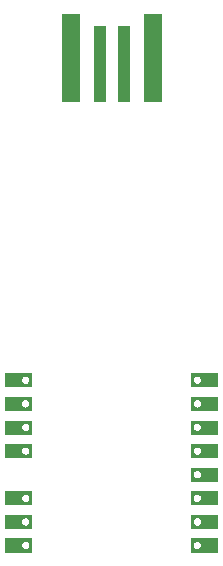
<source format=gtp>
%ASAXBY*%
%FSLAX23Y23*%
%MOIN*%
%OFA0B0*%
%SFA1.0B1.0*%
%ADD10R,0.059055X0.295276*%
%ADD11R,0.039370X0.255906*%
%ADD12R,0.001000X0.001000*%
%LNPASTEMASK1*%
G90*
G70*
G54D10*
X290Y2002D03*
G54D11*
X388Y1982D03*
X467Y1982D03*
G54D10*
X565Y2002D03*
G54D12*
X73Y950D02*
X160Y950D01*
X693Y950D02*
X780Y950D01*
X73Y949D02*
X160Y949D01*
X693Y949D02*
X780Y949D01*
X73Y948D02*
X160Y948D01*
X693Y948D02*
X780Y948D01*
X73Y947D02*
X160Y947D01*
X693Y947D02*
X780Y947D01*
X73Y946D02*
X160Y946D01*
X693Y946D02*
X780Y946D01*
X73Y945D02*
X160Y945D01*
X693Y945D02*
X780Y945D01*
X73Y944D02*
X160Y944D01*
X693Y944D02*
X780Y944D01*
X73Y943D02*
X160Y943D01*
X693Y943D02*
X780Y943D01*
X73Y942D02*
X160Y942D01*
X693Y942D02*
X780Y942D01*
X73Y941D02*
X160Y941D01*
X693Y941D02*
X780Y941D01*
X73Y940D02*
X160Y940D01*
X693Y940D02*
X780Y940D01*
X73Y939D02*
X160Y939D01*
X693Y939D02*
X780Y939D01*
X73Y938D02*
X135Y938D01*
X146Y938D02*
X160Y938D01*
X693Y938D02*
X707Y938D01*
X718Y938D02*
X780Y938D01*
X73Y937D02*
X134Y937D01*
X148Y937D02*
X160Y937D01*
X693Y937D02*
X706Y937D01*
X720Y937D02*
X780Y937D01*
X73Y936D02*
X132Y936D01*
X149Y936D02*
X160Y936D01*
X693Y936D02*
X704Y936D01*
X721Y936D02*
X780Y936D01*
X73Y935D02*
X131Y935D01*
X150Y935D02*
X160Y935D01*
X693Y935D02*
X703Y935D01*
X722Y935D02*
X780Y935D01*
X73Y934D02*
X130Y934D01*
X151Y934D02*
X160Y934D01*
X693Y934D02*
X702Y934D01*
X723Y934D02*
X780Y934D01*
X73Y933D02*
X130Y933D01*
X151Y933D02*
X160Y933D01*
X693Y933D02*
X702Y933D01*
X723Y933D02*
X780Y933D01*
X73Y932D02*
X129Y932D01*
X152Y932D02*
X160Y932D01*
X693Y932D02*
X701Y932D01*
X724Y932D02*
X780Y932D01*
X73Y931D02*
X129Y931D01*
X152Y931D02*
X160Y931D01*
X693Y931D02*
X701Y931D01*
X724Y931D02*
X780Y931D01*
X73Y930D02*
X128Y930D01*
X153Y930D02*
X160Y930D01*
X693Y930D02*
X700Y930D01*
X725Y930D02*
X780Y930D01*
X73Y929D02*
X128Y929D01*
X153Y929D02*
X160Y929D01*
X693Y929D02*
X700Y929D01*
X725Y929D02*
X780Y929D01*
X73Y928D02*
X128Y928D01*
X153Y928D02*
X160Y928D01*
X693Y928D02*
X700Y928D01*
X725Y928D02*
X780Y928D01*
X73Y927D02*
X128Y927D01*
X153Y927D02*
X160Y927D01*
X693Y927D02*
X700Y927D01*
X725Y927D02*
X780Y927D01*
X73Y926D02*
X128Y926D01*
X153Y926D02*
X160Y926D01*
X693Y926D02*
X700Y926D01*
X725Y926D02*
X780Y926D01*
X73Y925D02*
X128Y925D01*
X153Y925D02*
X160Y925D01*
X693Y925D02*
X700Y925D01*
X725Y925D02*
X780Y925D01*
X73Y924D02*
X128Y924D01*
X153Y924D02*
X160Y924D01*
X693Y924D02*
X700Y924D01*
X725Y924D02*
X780Y924D01*
X73Y923D02*
X129Y923D01*
X153Y923D02*
X160Y923D01*
X693Y923D02*
X701Y923D01*
X725Y923D02*
X780Y923D01*
X73Y922D02*
X129Y922D01*
X152Y922D02*
X160Y922D01*
X693Y922D02*
X701Y922D01*
X724Y922D02*
X780Y922D01*
X73Y921D02*
X129Y921D01*
X152Y921D02*
X160Y921D01*
X693Y921D02*
X701Y921D01*
X724Y921D02*
X780Y921D01*
X73Y920D02*
X130Y920D01*
X151Y920D02*
X160Y920D01*
X693Y920D02*
X702Y920D01*
X723Y920D02*
X780Y920D01*
X73Y919D02*
X131Y919D01*
X150Y919D02*
X160Y919D01*
X693Y919D02*
X703Y919D01*
X722Y919D02*
X780Y919D01*
X73Y918D02*
X132Y918D01*
X149Y918D02*
X160Y918D01*
X693Y918D02*
X704Y918D01*
X721Y918D02*
X780Y918D01*
X73Y917D02*
X133Y917D01*
X148Y917D02*
X160Y917D01*
X693Y917D02*
X705Y917D01*
X720Y917D02*
X780Y917D01*
X73Y916D02*
X135Y916D01*
X147Y916D02*
X160Y916D01*
X693Y916D02*
X707Y916D01*
X719Y916D02*
X780Y916D01*
X73Y915D02*
X137Y915D01*
X144Y915D02*
X160Y915D01*
X693Y915D02*
X709Y915D01*
X716Y915D02*
X780Y915D01*
X73Y914D02*
X160Y914D01*
X693Y914D02*
X780Y914D01*
X73Y913D02*
X160Y913D01*
X693Y913D02*
X780Y913D01*
X73Y912D02*
X160Y912D01*
X693Y912D02*
X780Y912D01*
X73Y911D02*
X160Y911D01*
X693Y911D02*
X780Y911D01*
X73Y910D02*
X160Y910D01*
X693Y910D02*
X780Y910D01*
X73Y909D02*
X160Y909D01*
X693Y909D02*
X780Y909D01*
X73Y908D02*
X160Y908D01*
X693Y908D02*
X780Y908D01*
X73Y907D02*
X160Y907D01*
X693Y907D02*
X780Y907D01*
X73Y906D02*
X160Y906D01*
X693Y906D02*
X780Y906D01*
X73Y905D02*
X160Y905D01*
X693Y905D02*
X780Y905D01*
X73Y904D02*
X160Y904D01*
X693Y904D02*
X780Y904D01*
X73Y871D02*
X160Y871D01*
X693Y871D02*
X780Y871D01*
X73Y870D02*
X160Y870D01*
X693Y870D02*
X780Y870D01*
X73Y869D02*
X160Y869D01*
X693Y869D02*
X780Y869D01*
X73Y868D02*
X160Y868D01*
X693Y868D02*
X780Y868D01*
X73Y867D02*
X160Y867D01*
X693Y867D02*
X780Y867D01*
X73Y866D02*
X160Y866D01*
X693Y866D02*
X780Y866D01*
X73Y865D02*
X160Y865D01*
X693Y865D02*
X780Y865D01*
X73Y864D02*
X160Y864D01*
X693Y864D02*
X780Y864D01*
X73Y863D02*
X160Y863D01*
X693Y863D02*
X780Y863D01*
X73Y862D02*
X160Y862D01*
X693Y862D02*
X780Y862D01*
X73Y861D02*
X160Y861D01*
X693Y861D02*
X780Y861D01*
X73Y860D02*
X138Y860D01*
X143Y860D02*
X160Y860D01*
X693Y860D02*
X710Y860D01*
X715Y860D02*
X780Y860D01*
X73Y859D02*
X135Y859D01*
X146Y859D02*
X160Y859D01*
X693Y859D02*
X707Y859D01*
X718Y859D02*
X780Y859D01*
X73Y858D02*
X133Y858D01*
X148Y858D02*
X160Y858D01*
X693Y858D02*
X705Y858D01*
X720Y858D02*
X780Y858D01*
X73Y857D02*
X132Y857D01*
X149Y857D02*
X160Y857D01*
X693Y857D02*
X704Y857D01*
X721Y857D02*
X780Y857D01*
X73Y856D02*
X131Y856D01*
X150Y856D02*
X160Y856D01*
X693Y856D02*
X703Y856D01*
X722Y856D02*
X780Y856D01*
X73Y855D02*
X130Y855D01*
X151Y855D02*
X160Y855D01*
X693Y855D02*
X702Y855D01*
X723Y855D02*
X780Y855D01*
X73Y854D02*
X130Y854D01*
X152Y854D02*
X160Y854D01*
X693Y854D02*
X702Y854D01*
X724Y854D02*
X780Y854D01*
X73Y853D02*
X129Y853D01*
X152Y853D02*
X160Y853D01*
X693Y853D02*
X701Y853D01*
X724Y853D02*
X780Y853D01*
X73Y852D02*
X129Y852D01*
X153Y852D02*
X160Y852D01*
X693Y852D02*
X701Y852D01*
X724Y852D02*
X780Y852D01*
X73Y851D02*
X128Y851D01*
X153Y851D02*
X160Y851D01*
X693Y851D02*
X700Y851D01*
X725Y851D02*
X780Y851D01*
X73Y850D02*
X128Y850D01*
X153Y850D02*
X160Y850D01*
X693Y850D02*
X700Y850D01*
X725Y850D02*
X780Y850D01*
X73Y849D02*
X128Y849D01*
X153Y849D02*
X160Y849D01*
X693Y849D02*
X700Y849D01*
X725Y849D02*
X780Y849D01*
X73Y848D02*
X128Y848D01*
X153Y848D02*
X160Y848D01*
X693Y848D02*
X700Y848D01*
X725Y848D02*
X780Y848D01*
X73Y847D02*
X128Y847D01*
X153Y847D02*
X160Y847D01*
X693Y847D02*
X700Y847D01*
X725Y847D02*
X780Y847D01*
X73Y846D02*
X128Y846D01*
X153Y846D02*
X160Y846D01*
X693Y846D02*
X700Y846D01*
X725Y846D02*
X780Y846D01*
X73Y845D02*
X128Y845D01*
X153Y845D02*
X160Y845D01*
X693Y845D02*
X700Y845D01*
X725Y845D02*
X780Y845D01*
X73Y844D02*
X129Y844D01*
X152Y844D02*
X160Y844D01*
X693Y844D02*
X701Y844D01*
X724Y844D02*
X780Y844D01*
X73Y843D02*
X129Y843D01*
X152Y843D02*
X160Y843D01*
X693Y843D02*
X701Y843D01*
X724Y843D02*
X780Y843D01*
X73Y842D02*
X130Y842D01*
X152Y842D02*
X160Y842D01*
X693Y842D02*
X702Y842D01*
X724Y842D02*
X780Y842D01*
X73Y841D02*
X130Y841D01*
X151Y841D02*
X160Y841D01*
X693Y841D02*
X702Y841D01*
X723Y841D02*
X780Y841D01*
X73Y840D02*
X131Y840D01*
X150Y840D02*
X160Y840D01*
X693Y840D02*
X703Y840D01*
X722Y840D02*
X780Y840D01*
X73Y839D02*
X132Y839D01*
X149Y839D02*
X160Y839D01*
X693Y839D02*
X704Y839D01*
X721Y839D02*
X780Y839D01*
X73Y838D02*
X133Y838D01*
X148Y838D02*
X160Y838D01*
X693Y838D02*
X705Y838D01*
X720Y838D02*
X780Y838D01*
X73Y837D02*
X135Y837D01*
X146Y837D02*
X160Y837D01*
X693Y837D02*
X707Y837D01*
X718Y837D02*
X780Y837D01*
X73Y836D02*
X139Y836D01*
X142Y836D02*
X160Y836D01*
X693Y836D02*
X711Y836D01*
X714Y836D02*
X780Y836D01*
X73Y835D02*
X160Y835D01*
X693Y835D02*
X780Y835D01*
X73Y834D02*
X160Y834D01*
X693Y834D02*
X780Y834D01*
X73Y833D02*
X160Y833D01*
X693Y833D02*
X780Y833D01*
X73Y832D02*
X160Y832D01*
X693Y832D02*
X780Y832D01*
X73Y831D02*
X160Y831D01*
X693Y831D02*
X780Y831D01*
X73Y830D02*
X160Y830D01*
X693Y830D02*
X780Y830D01*
X73Y829D02*
X160Y829D01*
X693Y829D02*
X780Y829D01*
X73Y828D02*
X160Y828D01*
X693Y828D02*
X780Y828D01*
X73Y827D02*
X160Y827D01*
X693Y827D02*
X780Y827D01*
X73Y826D02*
X160Y826D01*
X693Y826D02*
X780Y826D01*
X73Y825D02*
X160Y825D01*
X693Y825D02*
X780Y825D01*
X73Y792D02*
X160Y792D01*
X693Y792D02*
X780Y792D01*
X73Y791D02*
X160Y791D01*
X693Y791D02*
X780Y791D01*
X73Y790D02*
X160Y790D01*
X693Y790D02*
X780Y790D01*
X73Y789D02*
X160Y789D01*
X693Y789D02*
X780Y789D01*
X73Y788D02*
X160Y788D01*
X693Y788D02*
X780Y788D01*
X73Y787D02*
X160Y787D01*
X693Y787D02*
X780Y787D01*
X73Y786D02*
X160Y786D01*
X693Y786D02*
X780Y786D01*
X73Y785D02*
X160Y785D01*
X693Y785D02*
X780Y785D01*
X73Y784D02*
X160Y784D01*
X693Y784D02*
X780Y784D01*
X73Y783D02*
X160Y783D01*
X693Y783D02*
X780Y783D01*
X73Y782D02*
X160Y782D01*
X693Y782D02*
X780Y782D01*
X73Y781D02*
X137Y781D01*
X144Y781D02*
X160Y781D01*
X693Y781D02*
X709Y781D01*
X716Y781D02*
X780Y781D01*
X73Y780D02*
X134Y780D01*
X147Y780D02*
X160Y780D01*
X693Y780D02*
X706Y780D01*
X719Y780D02*
X780Y780D01*
X73Y779D02*
X133Y779D01*
X148Y779D02*
X160Y779D01*
X693Y779D02*
X705Y779D01*
X720Y779D02*
X780Y779D01*
X73Y778D02*
X132Y778D01*
X150Y778D02*
X160Y778D01*
X693Y778D02*
X704Y778D01*
X722Y778D02*
X780Y778D01*
X73Y777D02*
X131Y777D01*
X150Y777D02*
X160Y777D01*
X693Y777D02*
X703Y777D01*
X722Y777D02*
X780Y777D01*
X73Y776D02*
X130Y776D01*
X151Y776D02*
X160Y776D01*
X693Y776D02*
X702Y776D01*
X723Y776D02*
X780Y776D01*
X73Y775D02*
X129Y775D01*
X152Y775D02*
X160Y775D01*
X693Y775D02*
X701Y775D01*
X724Y775D02*
X780Y775D01*
X73Y774D02*
X129Y774D01*
X152Y774D02*
X160Y774D01*
X693Y774D02*
X701Y774D01*
X724Y774D02*
X780Y774D01*
X73Y773D02*
X129Y773D01*
X153Y773D02*
X160Y773D01*
X693Y773D02*
X701Y773D01*
X725Y773D02*
X780Y773D01*
X73Y772D02*
X128Y772D01*
X153Y772D02*
X160Y772D01*
X693Y772D02*
X700Y772D01*
X725Y772D02*
X780Y772D01*
X73Y771D02*
X128Y771D01*
X153Y771D02*
X160Y771D01*
X693Y771D02*
X700Y771D01*
X725Y771D02*
X780Y771D01*
X73Y770D02*
X128Y770D01*
X153Y770D02*
X160Y770D01*
X693Y770D02*
X700Y770D01*
X725Y770D02*
X780Y770D01*
X73Y769D02*
X128Y769D01*
X153Y769D02*
X160Y769D01*
X693Y769D02*
X700Y769D01*
X725Y769D02*
X780Y769D01*
X73Y768D02*
X128Y768D01*
X153Y768D02*
X160Y768D01*
X693Y768D02*
X700Y768D01*
X725Y768D02*
X780Y768D01*
X73Y767D02*
X128Y767D01*
X153Y767D02*
X160Y767D01*
X693Y767D02*
X700Y767D01*
X725Y767D02*
X780Y767D01*
X73Y766D02*
X128Y766D01*
X153Y766D02*
X160Y766D01*
X693Y766D02*
X700Y766D01*
X725Y766D02*
X780Y766D01*
X73Y765D02*
X129Y765D01*
X152Y765D02*
X160Y765D01*
X693Y765D02*
X701Y765D01*
X724Y765D02*
X780Y765D01*
X73Y764D02*
X129Y764D01*
X152Y764D02*
X160Y764D01*
X693Y764D02*
X701Y764D01*
X724Y764D02*
X780Y764D01*
X73Y763D02*
X130Y763D01*
X151Y763D02*
X160Y763D01*
X693Y763D02*
X702Y763D01*
X723Y763D02*
X780Y763D01*
X73Y762D02*
X130Y762D01*
X151Y762D02*
X160Y762D01*
X693Y762D02*
X702Y762D01*
X723Y762D02*
X780Y762D01*
X73Y761D02*
X131Y761D01*
X150Y761D02*
X160Y761D01*
X693Y761D02*
X703Y761D01*
X722Y761D02*
X780Y761D01*
X73Y760D02*
X132Y760D01*
X149Y760D02*
X160Y760D01*
X693Y760D02*
X704Y760D01*
X721Y760D02*
X780Y760D01*
X73Y759D02*
X134Y759D01*
X147Y759D02*
X160Y759D01*
X693Y759D02*
X706Y759D01*
X719Y759D02*
X780Y759D01*
X73Y758D02*
X136Y758D01*
X145Y758D02*
X160Y758D01*
X693Y758D02*
X708Y758D01*
X717Y758D02*
X780Y758D01*
X73Y757D02*
X160Y757D01*
X693Y757D02*
X780Y757D01*
X73Y756D02*
X160Y756D01*
X693Y756D02*
X780Y756D01*
X73Y755D02*
X160Y755D01*
X693Y755D02*
X780Y755D01*
X73Y754D02*
X160Y754D01*
X693Y754D02*
X780Y754D01*
X73Y753D02*
X160Y753D01*
X693Y753D02*
X780Y753D01*
X73Y752D02*
X160Y752D01*
X693Y752D02*
X780Y752D01*
X73Y751D02*
X160Y751D01*
X693Y751D02*
X780Y751D01*
X73Y750D02*
X160Y750D01*
X693Y750D02*
X780Y750D01*
X73Y749D02*
X160Y749D01*
X693Y749D02*
X780Y749D01*
X73Y748D02*
X160Y748D01*
X693Y748D02*
X780Y748D01*
X73Y747D02*
X160Y747D01*
X693Y747D02*
X780Y747D01*
X73Y746D02*
X160Y746D01*
X693Y746D02*
X780Y746D01*
X73Y714D02*
X160Y714D01*
X693Y714D02*
X780Y714D01*
X73Y713D02*
X160Y713D01*
X693Y713D02*
X780Y713D01*
X73Y712D02*
X160Y712D01*
X693Y712D02*
X780Y712D01*
X73Y711D02*
X160Y711D01*
X693Y711D02*
X780Y711D01*
X73Y710D02*
X160Y710D01*
X693Y710D02*
X780Y710D01*
X73Y709D02*
X160Y709D01*
X693Y709D02*
X780Y709D01*
X73Y708D02*
X160Y708D01*
X693Y708D02*
X780Y708D01*
X73Y707D02*
X160Y707D01*
X693Y707D02*
X780Y707D01*
X73Y706D02*
X160Y706D01*
X693Y706D02*
X780Y706D01*
X73Y705D02*
X160Y705D01*
X693Y705D02*
X780Y705D01*
X73Y704D02*
X160Y704D01*
X693Y704D02*
X780Y704D01*
X73Y703D02*
X160Y703D01*
X693Y703D02*
X780Y703D01*
X73Y702D02*
X136Y702D01*
X145Y702D02*
X160Y702D01*
X693Y702D02*
X708Y702D01*
X717Y702D02*
X780Y702D01*
X73Y701D02*
X134Y701D01*
X147Y701D02*
X160Y701D01*
X693Y701D02*
X706Y701D01*
X719Y701D02*
X780Y701D01*
X73Y700D02*
X132Y700D01*
X149Y700D02*
X160Y700D01*
X693Y700D02*
X704Y700D01*
X721Y700D02*
X780Y700D01*
X73Y699D02*
X131Y699D01*
X150Y699D02*
X160Y699D01*
X693Y699D02*
X703Y699D01*
X722Y699D02*
X780Y699D01*
X73Y698D02*
X131Y698D01*
X151Y698D02*
X160Y698D01*
X693Y698D02*
X702Y698D01*
X723Y698D02*
X780Y698D01*
X73Y697D02*
X130Y697D01*
X151Y697D02*
X160Y697D01*
X693Y697D02*
X702Y697D01*
X723Y697D02*
X780Y697D01*
X73Y696D02*
X129Y696D01*
X152Y696D02*
X160Y696D01*
X693Y696D02*
X701Y696D01*
X724Y696D02*
X780Y696D01*
X73Y695D02*
X129Y695D01*
X152Y695D02*
X160Y695D01*
X693Y695D02*
X701Y695D01*
X724Y695D02*
X780Y695D01*
X73Y694D02*
X128Y694D01*
X153Y694D02*
X160Y694D01*
X693Y694D02*
X700Y694D01*
X725Y694D02*
X780Y694D01*
X73Y693D02*
X128Y693D01*
X153Y693D02*
X160Y693D01*
X693Y693D02*
X700Y693D01*
X725Y693D02*
X780Y693D01*
X73Y692D02*
X128Y692D01*
X153Y692D02*
X160Y692D01*
X693Y692D02*
X700Y692D01*
X725Y692D02*
X780Y692D01*
X73Y691D02*
X128Y691D01*
X153Y691D02*
X160Y691D01*
X693Y691D02*
X700Y691D01*
X725Y691D02*
X780Y691D01*
X73Y690D02*
X128Y690D01*
X153Y690D02*
X160Y690D01*
X693Y690D02*
X700Y690D01*
X725Y690D02*
X780Y690D01*
X73Y689D02*
X128Y689D01*
X153Y689D02*
X160Y689D01*
X693Y689D02*
X700Y689D01*
X725Y689D02*
X780Y689D01*
X73Y688D02*
X128Y688D01*
X153Y688D02*
X160Y688D01*
X693Y688D02*
X700Y688D01*
X725Y688D02*
X780Y688D01*
X73Y687D02*
X129Y687D01*
X153Y687D02*
X160Y687D01*
X693Y687D02*
X700Y687D01*
X725Y687D02*
X780Y687D01*
X73Y686D02*
X129Y686D01*
X152Y686D02*
X160Y686D01*
X693Y686D02*
X701Y686D01*
X724Y686D02*
X780Y686D01*
X73Y685D02*
X129Y685D01*
X152Y685D02*
X160Y685D01*
X693Y685D02*
X701Y685D01*
X724Y685D02*
X780Y685D01*
X73Y684D02*
X130Y684D01*
X151Y684D02*
X160Y684D01*
X693Y684D02*
X702Y684D01*
X723Y684D02*
X780Y684D01*
X73Y683D02*
X131Y683D01*
X151Y683D02*
X160Y683D01*
X693Y683D02*
X703Y683D01*
X722Y683D02*
X780Y683D01*
X73Y682D02*
X132Y682D01*
X150Y682D02*
X160Y682D01*
X693Y682D02*
X703Y682D01*
X722Y682D02*
X780Y682D01*
X73Y681D02*
X133Y681D01*
X148Y681D02*
X160Y681D01*
X693Y681D02*
X705Y681D01*
X720Y681D02*
X780Y681D01*
X73Y680D02*
X134Y680D01*
X147Y680D02*
X160Y680D01*
X693Y680D02*
X706Y680D01*
X719Y680D02*
X780Y680D01*
X73Y679D02*
X137Y679D01*
X145Y679D02*
X160Y679D01*
X693Y679D02*
X709Y679D01*
X717Y679D02*
X780Y679D01*
X73Y678D02*
X160Y678D01*
X693Y678D02*
X780Y678D01*
X73Y677D02*
X160Y677D01*
X693Y677D02*
X780Y677D01*
X73Y676D02*
X160Y676D01*
X693Y676D02*
X780Y676D01*
X73Y675D02*
X160Y675D01*
X693Y675D02*
X780Y675D01*
X73Y674D02*
X160Y674D01*
X693Y674D02*
X780Y674D01*
X73Y673D02*
X160Y673D01*
X693Y673D02*
X780Y673D01*
X73Y672D02*
X160Y672D01*
X693Y672D02*
X780Y672D01*
X73Y671D02*
X160Y671D01*
X693Y671D02*
X780Y671D01*
X73Y670D02*
X160Y670D01*
X693Y670D02*
X780Y670D01*
X73Y669D02*
X160Y669D01*
X693Y669D02*
X780Y669D01*
X73Y668D02*
X160Y668D01*
X693Y668D02*
X780Y668D01*
X73Y667D02*
X160Y667D01*
X693Y667D02*
X780Y667D01*
X693Y635D02*
X780Y635D01*
X693Y634D02*
X780Y634D01*
X693Y633D02*
X780Y633D01*
X693Y632D02*
X780Y632D01*
X693Y631D02*
X780Y631D01*
X693Y630D02*
X780Y630D01*
X693Y629D02*
X780Y629D01*
X693Y628D02*
X780Y628D01*
X693Y627D02*
X780Y627D01*
X693Y626D02*
X780Y626D01*
X693Y625D02*
X780Y625D01*
X693Y624D02*
X780Y624D01*
X693Y623D02*
X707Y623D01*
X718Y623D02*
X780Y623D01*
X693Y622D02*
X705Y622D01*
X720Y622D02*
X780Y622D01*
X693Y621D02*
X704Y621D01*
X721Y621D02*
X780Y621D01*
X693Y620D02*
X703Y620D01*
X722Y620D02*
X780Y620D01*
X693Y619D02*
X702Y619D01*
X723Y619D02*
X780Y619D01*
X693Y618D02*
X702Y618D01*
X723Y618D02*
X780Y618D01*
X693Y617D02*
X701Y617D01*
X724Y617D02*
X780Y617D01*
X693Y616D02*
X701Y616D01*
X724Y616D02*
X780Y616D01*
X693Y615D02*
X700Y615D01*
X725Y615D02*
X780Y615D01*
X693Y614D02*
X700Y614D01*
X725Y614D02*
X780Y614D01*
X693Y613D02*
X700Y613D01*
X725Y613D02*
X780Y613D01*
X693Y612D02*
X700Y612D01*
X725Y612D02*
X780Y612D01*
X693Y611D02*
X700Y611D01*
X725Y611D02*
X780Y611D01*
X693Y610D02*
X700Y610D01*
X725Y610D02*
X780Y610D01*
X693Y609D02*
X700Y609D01*
X725Y609D02*
X780Y609D01*
X693Y608D02*
X701Y608D01*
X725Y608D02*
X780Y608D01*
X693Y607D02*
X701Y607D01*
X724Y607D02*
X780Y607D01*
X693Y606D02*
X701Y606D01*
X724Y606D02*
X780Y606D01*
X693Y605D02*
X702Y605D01*
X723Y605D02*
X780Y605D01*
X693Y604D02*
X703Y604D01*
X722Y604D02*
X780Y604D01*
X693Y603D02*
X704Y603D01*
X721Y603D02*
X780Y603D01*
X693Y602D02*
X705Y602D01*
X720Y602D02*
X780Y602D01*
X693Y601D02*
X707Y601D01*
X718Y601D02*
X780Y601D01*
X693Y600D02*
X709Y600D01*
X716Y600D02*
X780Y600D01*
X693Y599D02*
X780Y599D01*
X693Y598D02*
X780Y598D01*
X693Y597D02*
X780Y597D01*
X693Y596D02*
X780Y596D01*
X693Y595D02*
X780Y595D01*
X693Y594D02*
X780Y594D01*
X693Y593D02*
X780Y593D01*
X693Y592D02*
X780Y592D01*
X693Y591D02*
X780Y591D01*
X693Y590D02*
X780Y590D01*
X693Y589D02*
X780Y589D01*
X73Y556D02*
X160Y556D01*
X693Y556D02*
X780Y556D01*
X73Y555D02*
X160Y555D01*
X693Y555D02*
X780Y555D01*
X73Y554D02*
X160Y554D01*
X693Y554D02*
X780Y554D01*
X73Y553D02*
X160Y553D01*
X693Y553D02*
X780Y553D01*
X73Y552D02*
X160Y552D01*
X693Y552D02*
X780Y552D01*
X73Y551D02*
X160Y551D01*
X693Y551D02*
X780Y551D01*
X73Y550D02*
X160Y550D01*
X693Y550D02*
X780Y550D01*
X73Y549D02*
X160Y549D01*
X693Y549D02*
X780Y549D01*
X73Y548D02*
X160Y548D01*
X693Y548D02*
X780Y548D01*
X73Y547D02*
X160Y547D01*
X693Y547D02*
X780Y547D01*
X73Y546D02*
X160Y546D01*
X693Y546D02*
X780Y546D01*
X73Y545D02*
X138Y545D01*
X144Y545D02*
X160Y545D01*
X693Y545D02*
X710Y545D01*
X716Y545D02*
X780Y545D01*
X73Y544D02*
X135Y544D01*
X146Y544D02*
X160Y544D01*
X693Y544D02*
X707Y544D01*
X718Y544D02*
X780Y544D01*
X73Y543D02*
X133Y543D01*
X148Y543D02*
X160Y543D01*
X693Y543D02*
X705Y543D01*
X720Y543D02*
X780Y543D01*
X73Y542D02*
X132Y542D01*
X149Y542D02*
X160Y542D01*
X693Y542D02*
X704Y542D01*
X721Y542D02*
X780Y542D01*
X73Y541D02*
X131Y541D01*
X150Y541D02*
X160Y541D01*
X693Y541D02*
X703Y541D01*
X722Y541D02*
X780Y541D01*
X73Y540D02*
X130Y540D01*
X151Y540D02*
X160Y540D01*
X693Y540D02*
X702Y540D01*
X723Y540D02*
X780Y540D01*
X73Y539D02*
X130Y539D01*
X152Y539D02*
X160Y539D01*
X693Y539D02*
X701Y539D01*
X724Y539D02*
X780Y539D01*
X73Y538D02*
X129Y538D01*
X152Y538D02*
X160Y538D01*
X693Y538D02*
X701Y538D01*
X724Y538D02*
X780Y538D01*
X73Y537D02*
X129Y537D01*
X153Y537D02*
X160Y537D01*
X693Y537D02*
X701Y537D01*
X725Y537D02*
X780Y537D01*
X73Y536D02*
X128Y536D01*
X153Y536D02*
X160Y536D01*
X693Y536D02*
X700Y536D01*
X725Y536D02*
X780Y536D01*
X73Y535D02*
X128Y535D01*
X153Y535D02*
X160Y535D01*
X693Y535D02*
X700Y535D01*
X725Y535D02*
X780Y535D01*
X73Y534D02*
X128Y534D01*
X153Y534D02*
X160Y534D01*
X693Y534D02*
X700Y534D01*
X725Y534D02*
X780Y534D01*
X73Y533D02*
X128Y533D01*
X153Y533D02*
X160Y533D01*
X693Y533D02*
X700Y533D01*
X725Y533D02*
X780Y533D01*
X73Y532D02*
X128Y532D01*
X153Y532D02*
X160Y532D01*
X693Y532D02*
X700Y532D01*
X725Y532D02*
X780Y532D01*
X73Y531D02*
X128Y531D01*
X153Y531D02*
X160Y531D01*
X693Y531D02*
X700Y531D01*
X725Y531D02*
X780Y531D01*
X73Y530D02*
X128Y530D01*
X153Y530D02*
X160Y530D01*
X693Y530D02*
X700Y530D01*
X725Y530D02*
X780Y530D01*
X73Y529D02*
X129Y529D01*
X152Y529D02*
X160Y529D01*
X693Y529D02*
X701Y529D01*
X724Y529D02*
X780Y529D01*
X73Y528D02*
X129Y528D01*
X152Y528D02*
X160Y528D01*
X693Y528D02*
X701Y528D01*
X724Y528D02*
X780Y528D01*
X73Y527D02*
X130Y527D01*
X152Y527D02*
X160Y527D01*
X693Y527D02*
X702Y527D01*
X723Y527D02*
X780Y527D01*
X73Y526D02*
X130Y526D01*
X151Y526D02*
X160Y526D01*
X693Y526D02*
X702Y526D01*
X723Y526D02*
X780Y526D01*
X73Y525D02*
X131Y525D01*
X150Y525D02*
X160Y525D01*
X693Y525D02*
X703Y525D01*
X722Y525D02*
X780Y525D01*
X73Y524D02*
X132Y524D01*
X149Y524D02*
X160Y524D01*
X693Y524D02*
X704Y524D01*
X721Y524D02*
X780Y524D01*
X73Y523D02*
X133Y523D01*
X148Y523D02*
X160Y523D01*
X693Y523D02*
X705Y523D01*
X720Y523D02*
X780Y523D01*
X73Y522D02*
X135Y522D01*
X146Y522D02*
X160Y522D01*
X693Y522D02*
X707Y522D01*
X718Y522D02*
X780Y522D01*
X73Y521D02*
X160Y521D01*
X693Y521D02*
X780Y521D01*
X73Y520D02*
X160Y520D01*
X693Y520D02*
X780Y520D01*
X73Y519D02*
X160Y519D01*
X693Y519D02*
X780Y519D01*
X73Y518D02*
X160Y518D01*
X693Y518D02*
X780Y518D01*
X73Y517D02*
X160Y517D01*
X693Y517D02*
X780Y517D01*
X73Y516D02*
X160Y516D01*
X693Y516D02*
X780Y516D01*
X73Y515D02*
X160Y515D01*
X693Y515D02*
X780Y515D01*
X73Y514D02*
X160Y514D01*
X693Y514D02*
X780Y514D01*
X73Y513D02*
X160Y513D01*
X693Y513D02*
X780Y513D01*
X73Y512D02*
X160Y512D01*
X693Y512D02*
X780Y512D01*
X73Y511D02*
X160Y511D01*
X693Y511D02*
X780Y511D01*
X73Y510D02*
X160Y510D01*
X693Y510D02*
X780Y510D01*
X73Y478D02*
X160Y478D01*
X693Y478D02*
X780Y478D01*
X73Y477D02*
X160Y477D01*
X693Y477D02*
X780Y477D01*
X73Y476D02*
X160Y476D01*
X693Y476D02*
X780Y476D01*
X73Y475D02*
X160Y475D01*
X693Y475D02*
X780Y475D01*
X73Y474D02*
X160Y474D01*
X693Y474D02*
X780Y474D01*
X73Y473D02*
X160Y473D01*
X693Y473D02*
X780Y473D01*
X73Y472D02*
X160Y472D01*
X693Y472D02*
X780Y472D01*
X73Y471D02*
X160Y471D01*
X693Y471D02*
X780Y471D01*
X73Y470D02*
X160Y470D01*
X693Y470D02*
X780Y470D01*
X73Y469D02*
X160Y469D01*
X693Y469D02*
X780Y469D01*
X73Y468D02*
X160Y468D01*
X693Y468D02*
X780Y468D01*
X73Y467D02*
X160Y467D01*
X693Y467D02*
X780Y467D01*
X73Y466D02*
X137Y466D01*
X145Y466D02*
X160Y466D01*
X693Y466D02*
X709Y466D01*
X717Y466D02*
X780Y466D01*
X73Y465D02*
X134Y465D01*
X147Y465D02*
X160Y465D01*
X693Y465D02*
X706Y465D01*
X719Y465D02*
X780Y465D01*
X73Y464D02*
X133Y464D01*
X148Y464D02*
X160Y464D01*
X693Y464D02*
X705Y464D01*
X720Y464D02*
X780Y464D01*
X73Y463D02*
X132Y463D01*
X150Y463D02*
X160Y463D01*
X693Y463D02*
X704Y463D01*
X722Y463D02*
X780Y463D01*
X73Y462D02*
X131Y462D01*
X150Y462D02*
X160Y462D01*
X693Y462D02*
X703Y462D01*
X722Y462D02*
X780Y462D01*
X73Y461D02*
X130Y461D01*
X151Y461D02*
X160Y461D01*
X693Y461D02*
X702Y461D01*
X723Y461D02*
X780Y461D01*
X73Y460D02*
X129Y460D01*
X152Y460D02*
X160Y460D01*
X693Y460D02*
X701Y460D01*
X724Y460D02*
X780Y460D01*
X73Y459D02*
X129Y459D01*
X152Y459D02*
X160Y459D01*
X693Y459D02*
X701Y459D01*
X724Y459D02*
X780Y459D01*
X73Y458D02*
X129Y458D01*
X153Y458D02*
X160Y458D01*
X693Y458D02*
X700Y458D01*
X725Y458D02*
X780Y458D01*
X73Y457D02*
X128Y457D01*
X153Y457D02*
X160Y457D01*
X693Y457D02*
X700Y457D01*
X725Y457D02*
X780Y457D01*
X73Y456D02*
X128Y456D01*
X153Y456D02*
X160Y456D01*
X693Y456D02*
X700Y456D01*
X725Y456D02*
X780Y456D01*
X73Y455D02*
X128Y455D01*
X153Y455D02*
X160Y455D01*
X693Y455D02*
X700Y455D01*
X725Y455D02*
X780Y455D01*
X73Y454D02*
X128Y454D01*
X153Y454D02*
X160Y454D01*
X693Y454D02*
X700Y454D01*
X725Y454D02*
X780Y454D01*
X73Y453D02*
X128Y453D01*
X153Y453D02*
X160Y453D01*
X693Y453D02*
X700Y453D01*
X725Y453D02*
X780Y453D01*
X73Y452D02*
X128Y452D01*
X153Y452D02*
X160Y452D01*
X693Y452D02*
X700Y452D01*
X725Y452D02*
X780Y452D01*
X73Y451D02*
X128Y451D01*
X153Y451D02*
X160Y451D01*
X693Y451D02*
X700Y451D01*
X725Y451D02*
X780Y451D01*
X73Y450D02*
X129Y450D01*
X152Y450D02*
X160Y450D01*
X693Y450D02*
X701Y450D01*
X724Y450D02*
X780Y450D01*
X73Y449D02*
X129Y449D01*
X152Y449D02*
X160Y449D01*
X693Y449D02*
X701Y449D01*
X724Y449D02*
X780Y449D01*
X73Y448D02*
X130Y448D01*
X151Y448D02*
X160Y448D01*
X693Y448D02*
X702Y448D01*
X723Y448D02*
X780Y448D01*
X73Y447D02*
X131Y447D01*
X151Y447D02*
X160Y447D01*
X693Y447D02*
X702Y447D01*
X723Y447D02*
X780Y447D01*
X73Y446D02*
X131Y446D01*
X150Y446D02*
X160Y446D01*
X693Y446D02*
X703Y446D01*
X722Y446D02*
X780Y446D01*
X73Y445D02*
X132Y445D01*
X149Y445D02*
X160Y445D01*
X693Y445D02*
X704Y445D01*
X721Y445D02*
X780Y445D01*
X73Y444D02*
X134Y444D01*
X147Y444D02*
X160Y444D01*
X693Y444D02*
X706Y444D01*
X719Y444D02*
X780Y444D01*
X73Y443D02*
X136Y443D01*
X145Y443D02*
X160Y443D01*
X693Y443D02*
X708Y443D01*
X717Y443D02*
X780Y443D01*
X73Y442D02*
X160Y442D01*
X693Y442D02*
X780Y442D01*
X73Y441D02*
X160Y441D01*
X693Y441D02*
X780Y441D01*
X73Y440D02*
X160Y440D01*
X693Y440D02*
X780Y440D01*
X73Y439D02*
X160Y439D01*
X693Y439D02*
X780Y439D01*
X73Y438D02*
X160Y438D01*
X693Y438D02*
X780Y438D01*
X73Y437D02*
X160Y437D01*
X693Y437D02*
X780Y437D01*
X73Y436D02*
X160Y436D01*
X693Y436D02*
X780Y436D01*
X73Y435D02*
X160Y435D01*
X693Y435D02*
X780Y435D01*
X73Y434D02*
X160Y434D01*
X693Y434D02*
X780Y434D01*
X73Y433D02*
X160Y433D01*
X693Y433D02*
X780Y433D01*
X73Y432D02*
X160Y432D01*
X693Y432D02*
X780Y432D01*
X73Y431D02*
X160Y431D01*
X693Y431D02*
X780Y431D01*
X73Y399D02*
X160Y399D01*
X693Y399D02*
X780Y399D01*
X73Y398D02*
X160Y398D01*
X693Y398D02*
X780Y398D01*
X73Y397D02*
X160Y397D01*
X693Y397D02*
X780Y397D01*
X73Y396D02*
X160Y396D01*
X693Y396D02*
X780Y396D01*
X73Y395D02*
X160Y395D01*
X693Y395D02*
X780Y395D01*
X73Y394D02*
X160Y394D01*
X693Y394D02*
X780Y394D01*
X73Y393D02*
X160Y393D01*
X693Y393D02*
X780Y393D01*
X73Y392D02*
X160Y392D01*
X693Y392D02*
X780Y392D01*
X73Y391D02*
X160Y391D01*
X693Y391D02*
X780Y391D01*
X73Y390D02*
X160Y390D01*
X693Y390D02*
X780Y390D01*
X73Y389D02*
X160Y389D01*
X693Y389D02*
X780Y389D01*
X73Y388D02*
X160Y388D01*
X693Y388D02*
X780Y388D01*
X73Y387D02*
X136Y387D01*
X145Y387D02*
X160Y387D01*
X693Y387D02*
X708Y387D01*
X717Y387D02*
X780Y387D01*
X73Y386D02*
X134Y386D01*
X147Y386D02*
X160Y386D01*
X693Y386D02*
X706Y386D01*
X719Y386D02*
X780Y386D01*
X73Y385D02*
X132Y385D01*
X149Y385D02*
X160Y385D01*
X693Y385D02*
X704Y385D01*
X721Y385D02*
X780Y385D01*
X73Y384D02*
X131Y384D01*
X150Y384D02*
X160Y384D01*
X693Y384D02*
X703Y384D01*
X722Y384D02*
X780Y384D01*
X73Y383D02*
X130Y383D01*
X151Y383D02*
X160Y383D01*
X693Y383D02*
X702Y383D01*
X723Y383D02*
X780Y383D01*
X73Y382D02*
X130Y382D01*
X151Y382D02*
X160Y382D01*
X693Y382D02*
X702Y382D01*
X723Y382D02*
X780Y382D01*
X73Y381D02*
X129Y381D01*
X152Y381D02*
X160Y381D01*
X693Y381D02*
X701Y381D01*
X724Y381D02*
X780Y381D01*
X73Y380D02*
X129Y380D01*
X152Y380D02*
X160Y380D01*
X693Y380D02*
X701Y380D01*
X724Y380D02*
X780Y380D01*
X73Y379D02*
X128Y379D01*
X153Y379D02*
X160Y379D01*
X693Y379D02*
X700Y379D01*
X725Y379D02*
X780Y379D01*
X73Y378D02*
X128Y378D01*
X153Y378D02*
X160Y378D01*
X693Y378D02*
X700Y378D01*
X725Y378D02*
X780Y378D01*
X73Y377D02*
X128Y377D01*
X153Y377D02*
X160Y377D01*
X693Y377D02*
X700Y377D01*
X725Y377D02*
X780Y377D01*
X73Y376D02*
X128Y376D01*
X153Y376D02*
X160Y376D01*
X693Y376D02*
X700Y376D01*
X725Y376D02*
X780Y376D01*
X73Y375D02*
X128Y375D01*
X153Y375D02*
X160Y375D01*
X693Y375D02*
X700Y375D01*
X725Y375D02*
X780Y375D01*
X73Y374D02*
X128Y374D01*
X153Y374D02*
X160Y374D01*
X693Y374D02*
X700Y374D01*
X725Y374D02*
X780Y374D01*
X73Y373D02*
X128Y373D01*
X153Y373D02*
X160Y373D01*
X693Y373D02*
X700Y373D01*
X725Y373D02*
X780Y373D01*
X73Y372D02*
X129Y372D01*
X153Y372D02*
X160Y372D01*
X693Y372D02*
X701Y372D01*
X725Y372D02*
X780Y372D01*
X73Y371D02*
X129Y371D01*
X152Y371D02*
X160Y371D01*
X693Y371D02*
X701Y371D01*
X724Y371D02*
X780Y371D01*
X73Y370D02*
X129Y370D01*
X152Y370D02*
X160Y370D01*
X693Y370D02*
X701Y370D01*
X724Y370D02*
X780Y370D01*
X73Y369D02*
X130Y369D01*
X151Y369D02*
X160Y369D01*
X693Y369D02*
X702Y369D01*
X723Y369D02*
X780Y369D01*
X73Y368D02*
X131Y368D01*
X150Y368D02*
X160Y368D01*
X693Y368D02*
X703Y368D01*
X722Y368D02*
X780Y368D01*
X73Y367D02*
X132Y367D01*
X150Y367D02*
X160Y367D01*
X693Y367D02*
X704Y367D01*
X722Y367D02*
X780Y367D01*
X73Y366D02*
X133Y366D01*
X148Y366D02*
X160Y366D01*
X693Y366D02*
X705Y366D01*
X720Y366D02*
X780Y366D01*
X73Y365D02*
X134Y365D01*
X147Y365D02*
X160Y365D01*
X693Y365D02*
X706Y365D01*
X719Y365D02*
X780Y365D01*
X73Y364D02*
X137Y364D01*
X144Y364D02*
X160Y364D01*
X693Y364D02*
X709Y364D01*
X716Y364D02*
X780Y364D01*
X73Y363D02*
X160Y363D01*
X693Y363D02*
X780Y363D01*
X73Y362D02*
X160Y362D01*
X693Y362D02*
X780Y362D01*
X73Y361D02*
X160Y361D01*
X693Y361D02*
X780Y361D01*
X73Y360D02*
X160Y360D01*
X693Y360D02*
X780Y360D01*
X73Y359D02*
X160Y359D01*
X693Y359D02*
X780Y359D01*
X73Y358D02*
X160Y358D01*
X693Y358D02*
X780Y358D01*
X73Y357D02*
X160Y357D01*
X693Y357D02*
X780Y357D01*
X73Y356D02*
X160Y356D01*
X693Y356D02*
X780Y356D01*
X73Y355D02*
X160Y355D01*
X693Y355D02*
X780Y355D01*
X73Y354D02*
X160Y354D01*
X693Y354D02*
X780Y354D01*
X73Y353D02*
X160Y353D01*
X693Y353D02*
X780Y353D01*
D02*
G04 End of PasteMask1*
M02*
</source>
